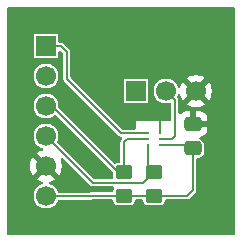
<source format=gbr>
%TF.GenerationSoftware,KiCad,Pcbnew,9.0.6-9.0.6~ubuntu24.04.1*%
%TF.CreationDate,2026-01-18T16:07:11-03:00*%
%TF.ProjectId,cotti_temp_humid_sensor,636f7474-695f-4746-956d-705f68756d69,0.0*%
%TF.SameCoordinates,Original*%
%TF.FileFunction,Copper,L1,Top*%
%TF.FilePolarity,Positive*%
%FSLAX46Y46*%
G04 Gerber Fmt 4.6, Leading zero omitted, Abs format (unit mm)*
G04 Created by KiCad (PCBNEW 9.0.6-9.0.6~ubuntu24.04.1) date 2026-01-18 16:07:11*
%MOMM*%
%LPD*%
G01*
G04 APERTURE LIST*
G04 Aperture macros list*
%AMRoundRect*
0 Rectangle with rounded corners*
0 $1 Rounding radius*
0 $2 $3 $4 $5 $6 $7 $8 $9 X,Y pos of 4 corners*
0 Add a 4 corners polygon primitive as box body*
4,1,4,$2,$3,$4,$5,$6,$7,$8,$9,$2,$3,0*
0 Add four circle primitives for the rounded corners*
1,1,$1+$1,$2,$3*
1,1,$1+$1,$4,$5*
1,1,$1+$1,$6,$7*
1,1,$1+$1,$8,$9*
0 Add four rect primitives between the rounded corners*
20,1,$1+$1,$2,$3,$4,$5,0*
20,1,$1+$1,$4,$5,$6,$7,0*
20,1,$1+$1,$6,$7,$8,$9,0*
20,1,$1+$1,$8,$9,$2,$3,0*%
G04 Aperture macros list end*
%TA.AperFunction,ComponentPad*%
%ADD10C,1.700000*%
%TD*%
%TA.AperFunction,ComponentPad*%
%ADD11R,1.700000X1.700000*%
%TD*%
%TA.AperFunction,SMDPad,CuDef*%
%ADD12C,0.260000*%
%TD*%
%TA.AperFunction,SMDPad,CuDef*%
%ADD13RoundRect,0.250000X0.450000X-0.350000X0.450000X0.350000X-0.450000X0.350000X-0.450000X-0.350000X0*%
%TD*%
%TA.AperFunction,SMDPad,CuDef*%
%ADD14RoundRect,0.250000X0.475000X-0.337500X0.475000X0.337500X-0.475000X0.337500X-0.475000X-0.337500X0*%
%TD*%
%TA.AperFunction,ViaPad*%
%ADD15C,0.600000*%
%TD*%
%TA.AperFunction,Conductor*%
%ADD16C,0.200000*%
%TD*%
G04 APERTURE END LIST*
D10*
%TO.P,JP1,3,B*%
%TO.N,GND*%
X143510000Y-91440000D03*
%TO.P,JP1,2,C*%
%TO.N,/addr*%
X140970000Y-91440000D03*
D11*
%TO.P,JP1,1,A*%
%TO.N,+3V3*%
X138430000Y-91440000D03*
%TD*%
D12*
%TO.P,U1,A1,VDD*%
%TO.N,+3V3*%
X140454000Y-96004000D03*
%TO.P,U1,A2,SDA*%
%TO.N,/sda*%
X139454000Y-96004000D03*
%TO.P,U1,B1,ADDR*%
%TO.N,/addr*%
X140454000Y-95504000D03*
%TO.P,U1,B2,SCL*%
%TO.N,/scl*%
X139454000Y-95504000D03*
%TO.P,U1,C1,GND*%
%TO.N,GND*%
X140454000Y-95004000D03*
%TO.P,U1,C2,DRDY/INT*%
%TO.N,/drdy*%
X139454000Y-95004000D03*
%TD*%
D13*
%TO.P,R2,1*%
%TO.N,+3V3*%
X139954000Y-100314000D03*
%TO.P,R2,2*%
%TO.N,/sda*%
X139954000Y-98314000D03*
%TD*%
%TO.P,R1,1*%
%TO.N,+3V3*%
X137414000Y-100314000D03*
%TO.P,R1,2*%
%TO.N,/scl*%
X137414000Y-98314000D03*
%TD*%
D11*
%TO.P,J1,1,NC/INT#*%
%TO.N,/drdy*%
X130810000Y-87630000D03*
D10*
%TO.P,J1,2,NC/RESET#*%
%TO.N,unconnected-(J1-NC{slash}RESET#-Pad2)*%
X130810000Y-90170000D03*
%TO.P,J1,3,SCL*%
%TO.N,/scl*%
X130810000Y-92710000D03*
%TO.P,J1,4,SDA*%
%TO.N,/sda*%
X130810000Y-95250000D03*
%TO.P,J1,5,GND*%
%TO.N,GND*%
X130810000Y-97790000D03*
%TO.P,J1,6,VCC*%
%TO.N,+3V3*%
X130810000Y-100330000D03*
%TD*%
D14*
%TO.P,C1,1*%
%TO.N,+3V3*%
X143256000Y-96287500D03*
%TO.P,C1,2*%
%TO.N,GND*%
X143256000Y-94212500D03*
%TD*%
D15*
%TO.N,GND*%
X140462000Y-93726000D03*
%TD*%
D16*
%TO.N,/sda*%
X130810000Y-95250000D02*
X134775000Y-99215000D01*
X134775000Y-99215000D02*
X139053000Y-99215000D01*
X139053000Y-99215000D02*
X139954000Y-98314000D01*
%TO.N,/scl*%
X130810000Y-92710000D02*
X131318000Y-92710000D01*
X136922000Y-98314000D02*
X137414000Y-98314000D01*
X131318000Y-92710000D02*
X136922000Y-98314000D01*
%TO.N,/drdy*%
X139454000Y-95004000D02*
X137168000Y-95004000D01*
X137168000Y-95004000D02*
X132588000Y-90424000D01*
X132588000Y-90424000D02*
X132588000Y-88138000D01*
X132588000Y-88138000D02*
X132080000Y-87630000D01*
X132080000Y-87630000D02*
X130810000Y-87630000D01*
%TO.N,+3V3*%
X143256000Y-96287500D02*
X143256000Y-99822000D01*
X143256000Y-99822000D02*
X142764000Y-100314000D01*
X142764000Y-100314000D02*
X139954000Y-100314000D01*
X140454000Y-96004000D02*
X142972500Y-96004000D01*
X142972500Y-96004000D02*
X143256000Y-96287500D01*
%TO.N,/addr*%
X140454000Y-95504000D02*
X141478000Y-95504000D01*
X141478000Y-95504000D02*
X141732000Y-95250000D01*
X141732000Y-95250000D02*
X141732000Y-92202000D01*
X141732000Y-92202000D02*
X140970000Y-91440000D01*
%TO.N,/sda*%
X139454000Y-96004000D02*
X139454000Y-97814000D01*
X139454000Y-97814000D02*
X139954000Y-98314000D01*
%TO.N,GND*%
X140454000Y-93734000D02*
X140462000Y-93726000D01*
X140454000Y-95004000D02*
X140454000Y-93734000D01*
%TO.N,/scl*%
X137414000Y-95758000D02*
X137668000Y-95504000D01*
X137414000Y-98314000D02*
X137414000Y-95758000D01*
X137668000Y-95504000D02*
X139454000Y-95504000D01*
%TO.N,+3V3*%
X134604000Y-100330000D02*
X134620000Y-100314000D01*
X134620000Y-100314000D02*
X137414000Y-100314000D01*
X137414000Y-100314000D02*
X139954000Y-100314000D01*
X130810000Y-100330000D02*
X134604000Y-100330000D01*
X137398000Y-100330000D02*
X137414000Y-100314000D01*
%TD*%
%TA.AperFunction,Conductor*%
%TO.N,GND*%
G36*
X132255548Y-97120519D02*
G01*
X134590489Y-99455460D01*
X134659012Y-99495022D01*
X134735438Y-99515500D01*
X136489471Y-99515500D01*
X136556510Y-99535185D01*
X136602265Y-99587989D01*
X136612209Y-99657147D01*
X136589241Y-99713131D01*
X136575694Y-99731487D01*
X136561207Y-99751117D01*
X136561206Y-99751119D01*
X136516353Y-99879298D01*
X136516353Y-99879300D01*
X136514311Y-99901079D01*
X136488453Y-99965987D01*
X136431607Y-100006612D01*
X136390853Y-100013500D01*
X134580438Y-100013500D01*
X134536493Y-100025275D01*
X134504400Y-100029500D01*
X131905436Y-100029500D01*
X131838397Y-100009815D01*
X131792642Y-99957011D01*
X131790875Y-99952953D01*
X131740941Y-99832402D01*
X131625977Y-99660345D01*
X131625975Y-99660342D01*
X131479657Y-99514024D01*
X131308274Y-99399511D01*
X131307598Y-99399059D01*
X131307593Y-99399057D01*
X131241917Y-99371853D01*
X131142890Y-99330834D01*
X131088488Y-99286994D01*
X131066423Y-99220700D01*
X131083702Y-99153001D01*
X131134839Y-99105390D01*
X131152026Y-99098343D01*
X131328217Y-99041095D01*
X131517554Y-98944622D01*
X131571716Y-98905270D01*
X131571717Y-98905270D01*
X130939408Y-98272962D01*
X131002993Y-98255925D01*
X131117007Y-98190099D01*
X131210099Y-98097007D01*
X131275925Y-97982993D01*
X131292962Y-97919408D01*
X131925270Y-98551717D01*
X131925270Y-98551716D01*
X131964622Y-98497554D01*
X132061095Y-98308217D01*
X132126757Y-98106130D01*
X132126757Y-98106127D01*
X132160000Y-97896246D01*
X132160000Y-97683753D01*
X132126757Y-97473872D01*
X132126757Y-97473869D01*
X132061095Y-97271783D01*
X132057383Y-97264497D01*
X132044486Y-97195828D01*
X132070761Y-97131087D01*
X132127867Y-97090829D01*
X132197672Y-97087835D01*
X132255548Y-97120519D01*
G37*
%TD.AperFunction*%
%TA.AperFunction,Conductor*%
G36*
X146755039Y-84347685D02*
G01*
X146800794Y-84400489D01*
X146812000Y-84452000D01*
X146812000Y-103508000D01*
X146792315Y-103575039D01*
X146739511Y-103620794D01*
X146688000Y-103632000D01*
X127632000Y-103632000D01*
X127564961Y-103612315D01*
X127519206Y-103559511D01*
X127508000Y-103508000D01*
X127508000Y-97683753D01*
X129460000Y-97683753D01*
X129460000Y-97896246D01*
X129493242Y-98106127D01*
X129493242Y-98106130D01*
X129558904Y-98308217D01*
X129655375Y-98497550D01*
X129694728Y-98551716D01*
X130327037Y-97919408D01*
X130344075Y-97982993D01*
X130409901Y-98097007D01*
X130502993Y-98190099D01*
X130617007Y-98255925D01*
X130680590Y-98272962D01*
X130048282Y-98905269D01*
X130048282Y-98905270D01*
X130102449Y-98944624D01*
X130291782Y-99041095D01*
X130467973Y-99098343D01*
X130525648Y-99137780D01*
X130552847Y-99202139D01*
X130540932Y-99270985D01*
X130493688Y-99322461D01*
X130477108Y-99330835D01*
X130312403Y-99399057D01*
X130140342Y-99514024D01*
X129994024Y-99660342D01*
X129879058Y-99832403D01*
X129799870Y-100023579D01*
X129799868Y-100023587D01*
X129759500Y-100226530D01*
X129759500Y-100433469D01*
X129799868Y-100636412D01*
X129799870Y-100636420D01*
X129879058Y-100827596D01*
X129994024Y-100999657D01*
X130140342Y-101145975D01*
X130140345Y-101145977D01*
X130312402Y-101260941D01*
X130503580Y-101340130D01*
X130706530Y-101380499D01*
X130706534Y-101380500D01*
X130706535Y-101380500D01*
X130913466Y-101380500D01*
X130913467Y-101380499D01*
X131116420Y-101340130D01*
X131307598Y-101260941D01*
X131479655Y-101145977D01*
X131625977Y-100999655D01*
X131740941Y-100827598D01*
X131790875Y-100707046D01*
X131834716Y-100652644D01*
X131901010Y-100630579D01*
X131905436Y-100630500D01*
X134643560Y-100630500D01*
X134643562Y-100630500D01*
X134681843Y-100620242D01*
X134687507Y-100618725D01*
X134719600Y-100614500D01*
X136390853Y-100614500D01*
X136457892Y-100634185D01*
X136503647Y-100686989D01*
X136514311Y-100726921D01*
X136516353Y-100748699D01*
X136516353Y-100748701D01*
X136561206Y-100876880D01*
X136561207Y-100876882D01*
X136641850Y-100986150D01*
X136751118Y-101066793D01*
X136793845Y-101081744D01*
X136879299Y-101111646D01*
X136909730Y-101114500D01*
X136909734Y-101114500D01*
X137918270Y-101114500D01*
X137948699Y-101111646D01*
X137948701Y-101111646D01*
X138012790Y-101089219D01*
X138076882Y-101066793D01*
X138186150Y-100986150D01*
X138266793Y-100876882D01*
X138289219Y-100812790D01*
X138311646Y-100748701D01*
X138311646Y-100748699D01*
X138313689Y-100726921D01*
X138339547Y-100662013D01*
X138396393Y-100621388D01*
X138437147Y-100614500D01*
X138930853Y-100614500D01*
X138997892Y-100634185D01*
X139043647Y-100686989D01*
X139054311Y-100726921D01*
X139056353Y-100748699D01*
X139056353Y-100748701D01*
X139101206Y-100876880D01*
X139101207Y-100876882D01*
X139181850Y-100986150D01*
X139291118Y-101066793D01*
X139333845Y-101081744D01*
X139419299Y-101111646D01*
X139449730Y-101114500D01*
X139449734Y-101114500D01*
X140458270Y-101114500D01*
X140488699Y-101111646D01*
X140488701Y-101111646D01*
X140552790Y-101089219D01*
X140616882Y-101066793D01*
X140726150Y-100986150D01*
X140806793Y-100876882D01*
X140829219Y-100812790D01*
X140851646Y-100748701D01*
X140851646Y-100748699D01*
X140853689Y-100726921D01*
X140879547Y-100662013D01*
X140936393Y-100621388D01*
X140977147Y-100614500D01*
X142803560Y-100614500D01*
X142803562Y-100614500D01*
X142879989Y-100594021D01*
X142948511Y-100554460D01*
X143004460Y-100498511D01*
X143496460Y-100006511D01*
X143536021Y-99937989D01*
X143556500Y-99861562D01*
X143556500Y-97199500D01*
X143576185Y-97132461D01*
X143628989Y-97086706D01*
X143680500Y-97075500D01*
X143785270Y-97075500D01*
X143815699Y-97072646D01*
X143815701Y-97072646D01*
X143879790Y-97050219D01*
X143943882Y-97027793D01*
X144053150Y-96947150D01*
X144133793Y-96837882D01*
X144156219Y-96773790D01*
X144178646Y-96709701D01*
X144178646Y-96709699D01*
X144181500Y-96679269D01*
X144181500Y-95895730D01*
X144178646Y-95865300D01*
X144178646Y-95865298D01*
X144133793Y-95737119D01*
X144133792Y-95737117D01*
X144120007Y-95718439D01*
X144053150Y-95627850D01*
X143943882Y-95547207D01*
X143943880Y-95547206D01*
X143879967Y-95524842D01*
X143823191Y-95484120D01*
X143797444Y-95419168D01*
X143810901Y-95350606D01*
X143859288Y-95300203D01*
X143881918Y-95290095D01*
X144050119Y-95234358D01*
X144050124Y-95234356D01*
X144199345Y-95142315D01*
X144323315Y-95018345D01*
X144415356Y-94869124D01*
X144415358Y-94869119D01*
X144470505Y-94702697D01*
X144470506Y-94702690D01*
X144480999Y-94599986D01*
X144481000Y-94599973D01*
X144481000Y-94462500D01*
X143380000Y-94462500D01*
X143312961Y-94442815D01*
X143267206Y-94390011D01*
X143256000Y-94338500D01*
X143256000Y-94212500D01*
X143130000Y-94212500D01*
X143062961Y-94192815D01*
X143017206Y-94140011D01*
X143006000Y-94088500D01*
X143006000Y-93962500D01*
X143506000Y-93962500D01*
X144480999Y-93962500D01*
X144480999Y-93825028D01*
X144480998Y-93825013D01*
X144470505Y-93722302D01*
X144415358Y-93555880D01*
X144415356Y-93555875D01*
X144323315Y-93406654D01*
X144199345Y-93282684D01*
X144050124Y-93190643D01*
X144050119Y-93190641D01*
X143883697Y-93135494D01*
X143883690Y-93135493D01*
X143780986Y-93125000D01*
X143506000Y-93125000D01*
X143506000Y-93962500D01*
X143006000Y-93962500D01*
X143006000Y-93125000D01*
X142731029Y-93125000D01*
X142731012Y-93125001D01*
X142628302Y-93135494D01*
X142461880Y-93190641D01*
X142461875Y-93190643D01*
X142312654Y-93282684D01*
X142244181Y-93351158D01*
X142182858Y-93384643D01*
X142113166Y-93379659D01*
X142057233Y-93337787D01*
X142032816Y-93272323D01*
X142032500Y-93263477D01*
X142032500Y-92162440D01*
X142032499Y-92162433D01*
X142032291Y-92161658D01*
X142028511Y-92147550D01*
X142012022Y-92086012D01*
X141972460Y-92017489D01*
X141957075Y-92002104D01*
X141947494Y-91984559D01*
X141933872Y-91969927D01*
X141931092Y-91954520D01*
X141923590Y-91940781D01*
X141925016Y-91920839D01*
X141921467Y-91901168D01*
X141928352Y-91874190D01*
X141928574Y-91871089D01*
X141930171Y-91867030D01*
X141969166Y-91772887D01*
X142013005Y-91718488D01*
X142079299Y-91696423D01*
X142146999Y-91713702D01*
X142194609Y-91764840D01*
X142201656Y-91782026D01*
X142258904Y-91958216D01*
X142355375Y-92147550D01*
X142394728Y-92201716D01*
X143027037Y-91569408D01*
X143044075Y-91632993D01*
X143109901Y-91747007D01*
X143202993Y-91840099D01*
X143317007Y-91905925D01*
X143380590Y-91922962D01*
X142748282Y-92555269D01*
X142748282Y-92555270D01*
X142802449Y-92594624D01*
X142991782Y-92691095D01*
X143193870Y-92756757D01*
X143403754Y-92790000D01*
X143616246Y-92790000D01*
X143826127Y-92756757D01*
X143826130Y-92756757D01*
X144028217Y-92691095D01*
X144217554Y-92594622D01*
X144271716Y-92555270D01*
X144271717Y-92555270D01*
X143639408Y-91922962D01*
X143702993Y-91905925D01*
X143817007Y-91840099D01*
X143910099Y-91747007D01*
X143975925Y-91632993D01*
X143992962Y-91569409D01*
X144625270Y-92201717D01*
X144625270Y-92201716D01*
X144664622Y-92147554D01*
X144761095Y-91958217D01*
X144826757Y-91756130D01*
X144826757Y-91756127D01*
X144860000Y-91546246D01*
X144860000Y-91333753D01*
X144826757Y-91123872D01*
X144826757Y-91123869D01*
X144761095Y-90921782D01*
X144664624Y-90732449D01*
X144625270Y-90678282D01*
X144625269Y-90678282D01*
X143992962Y-91310590D01*
X143975925Y-91247007D01*
X143910099Y-91132993D01*
X143817007Y-91039901D01*
X143702993Y-90974075D01*
X143639409Y-90957037D01*
X144271716Y-90324728D01*
X144217550Y-90285375D01*
X144028217Y-90188904D01*
X143826129Y-90123242D01*
X143616246Y-90090000D01*
X143403754Y-90090000D01*
X143193872Y-90123242D01*
X143193869Y-90123242D01*
X142991782Y-90188904D01*
X142802439Y-90285380D01*
X142748282Y-90324727D01*
X142748282Y-90324728D01*
X143380591Y-90957037D01*
X143317007Y-90974075D01*
X143202993Y-91039901D01*
X143109901Y-91132993D01*
X143044075Y-91247007D01*
X143027037Y-91310591D01*
X142394728Y-90678282D01*
X142394727Y-90678282D01*
X142355380Y-90732439D01*
X142258905Y-90921781D01*
X142201656Y-91097974D01*
X142162218Y-91155649D01*
X142097859Y-91182847D01*
X142029013Y-91170932D01*
X141977537Y-91123688D01*
X141969164Y-91107107D01*
X141900943Y-90942405D01*
X141785975Y-90770342D01*
X141639657Y-90624024D01*
X141471655Y-90511770D01*
X141467598Y-90509059D01*
X141276420Y-90429870D01*
X141276412Y-90429868D01*
X141073469Y-90389500D01*
X141073465Y-90389500D01*
X140866535Y-90389500D01*
X140866530Y-90389500D01*
X140663587Y-90429868D01*
X140663579Y-90429870D01*
X140472403Y-90509058D01*
X140300342Y-90624024D01*
X140154024Y-90770342D01*
X140039058Y-90942403D01*
X139959870Y-91133579D01*
X139959868Y-91133587D01*
X139919500Y-91336530D01*
X139919500Y-91543469D01*
X139959868Y-91746412D01*
X139959870Y-91746420D01*
X140025939Y-91905925D01*
X140039059Y-91937598D01*
X140070437Y-91984559D01*
X140154024Y-92109657D01*
X140300342Y-92255975D01*
X140300345Y-92255977D01*
X140472402Y-92370941D01*
X140663580Y-92450130D01*
X140866530Y-92490499D01*
X140866534Y-92490500D01*
X140866535Y-92490500D01*
X141073466Y-92490500D01*
X141073467Y-92490499D01*
X141134627Y-92478334D01*
X141282395Y-92448942D01*
X141282910Y-92451535D01*
X141341283Y-92450972D01*
X141400424Y-92488176D01*
X141430062Y-92551448D01*
X141431500Y-92570281D01*
X141431500Y-93856000D01*
X141411815Y-93923039D01*
X141359011Y-93968794D01*
X141307500Y-93980000D01*
X138430000Y-93980000D01*
X138430000Y-94579500D01*
X138410315Y-94646539D01*
X138357511Y-94692294D01*
X138306000Y-94703500D01*
X137343833Y-94703500D01*
X137276794Y-94683815D01*
X137256152Y-94667181D01*
X133159218Y-90570247D01*
X137379500Y-90570247D01*
X137379500Y-92309752D01*
X137391131Y-92368229D01*
X137391132Y-92368230D01*
X137435447Y-92434552D01*
X137501769Y-92478867D01*
X137501770Y-92478868D01*
X137560247Y-92490499D01*
X137560250Y-92490500D01*
X137560252Y-92490500D01*
X139299750Y-92490500D01*
X139299751Y-92490499D01*
X139314568Y-92487552D01*
X139358229Y-92478868D01*
X139358229Y-92478867D01*
X139358231Y-92478867D01*
X139424552Y-92434552D01*
X139468867Y-92368231D01*
X139468867Y-92368229D01*
X139468868Y-92368229D01*
X139480499Y-92309752D01*
X139480500Y-92309750D01*
X139480500Y-90570249D01*
X139480499Y-90570247D01*
X139468868Y-90511770D01*
X139468867Y-90511769D01*
X139424552Y-90445447D01*
X139358230Y-90401132D01*
X139358229Y-90401131D01*
X139299752Y-90389500D01*
X139299748Y-90389500D01*
X137560252Y-90389500D01*
X137560247Y-90389500D01*
X137501770Y-90401131D01*
X137501769Y-90401132D01*
X137435447Y-90445447D01*
X137391132Y-90511769D01*
X137391131Y-90511770D01*
X137379500Y-90570247D01*
X133159218Y-90570247D01*
X132924819Y-90335848D01*
X132891334Y-90274525D01*
X132888500Y-90248167D01*
X132888500Y-88098439D01*
X132888500Y-88098438D01*
X132868021Y-88022011D01*
X132862296Y-88012095D01*
X132828464Y-87953495D01*
X132828458Y-87953487D01*
X132264512Y-87389541D01*
X132264504Y-87389535D01*
X132195995Y-87349982D01*
X132195990Y-87349979D01*
X132170513Y-87343152D01*
X132119562Y-87329500D01*
X132119560Y-87329500D01*
X131984500Y-87329500D01*
X131917461Y-87309815D01*
X131871706Y-87257011D01*
X131860500Y-87205500D01*
X131860500Y-86760249D01*
X131860499Y-86760247D01*
X131848868Y-86701770D01*
X131848867Y-86701769D01*
X131804552Y-86635447D01*
X131738230Y-86591132D01*
X131738229Y-86591131D01*
X131679752Y-86579500D01*
X131679748Y-86579500D01*
X129940252Y-86579500D01*
X129940247Y-86579500D01*
X129881770Y-86591131D01*
X129881769Y-86591132D01*
X129815447Y-86635447D01*
X129771132Y-86701769D01*
X129771131Y-86701770D01*
X129759500Y-86760247D01*
X129759500Y-88499752D01*
X129771131Y-88558229D01*
X129771132Y-88558230D01*
X129815447Y-88624552D01*
X129881769Y-88668867D01*
X129881770Y-88668868D01*
X129940247Y-88680499D01*
X129940250Y-88680500D01*
X129940252Y-88680500D01*
X131679750Y-88680500D01*
X131679751Y-88680499D01*
X131694568Y-88677552D01*
X131738229Y-88668868D01*
X131738229Y-88668867D01*
X131738231Y-88668867D01*
X131804552Y-88624552D01*
X131848867Y-88558231D01*
X131848867Y-88558229D01*
X131848868Y-88558229D01*
X131860499Y-88499752D01*
X131860500Y-88499750D01*
X131860500Y-88134833D01*
X131880185Y-88067794D01*
X131932989Y-88022039D01*
X132002147Y-88012095D01*
X132065703Y-88041120D01*
X132072181Y-88047152D01*
X132251181Y-88226152D01*
X132284666Y-88287475D01*
X132287500Y-88313833D01*
X132287500Y-90463562D01*
X132299691Y-90509058D01*
X132307979Y-90539990D01*
X132307982Y-90539995D01*
X132347535Y-90608504D01*
X132347539Y-90608509D01*
X132347540Y-90608511D01*
X136927540Y-95188511D01*
X136983489Y-95244460D01*
X136983491Y-95244461D01*
X136983495Y-95244464D01*
X137052004Y-95284017D01*
X137052011Y-95284021D01*
X137128438Y-95304500D01*
X137143167Y-95304500D01*
X137210206Y-95324185D01*
X137255961Y-95376989D01*
X137265905Y-95446147D01*
X137236880Y-95509703D01*
X137230848Y-95516181D01*
X137173541Y-95573487D01*
X137173535Y-95573495D01*
X137133982Y-95642004D01*
X137133979Y-95642009D01*
X137113500Y-95718439D01*
X137113500Y-97389500D01*
X137093815Y-97456539D01*
X137041011Y-97502294D01*
X136989500Y-97513500D01*
X136909730Y-97513500D01*
X136879303Y-97516353D01*
X136751115Y-97561208D01*
X136746672Y-97564487D01*
X136681042Y-97588454D01*
X136612873Y-97573134D01*
X136585364Y-97552393D01*
X131896819Y-92863848D01*
X131863334Y-92802525D01*
X131860500Y-92776167D01*
X131860500Y-92606534D01*
X131860499Y-92606530D01*
X131850303Y-92555269D01*
X131820130Y-92403580D01*
X131740941Y-92212402D01*
X131625977Y-92040345D01*
X131625975Y-92040342D01*
X131479657Y-91894024D01*
X131312038Y-91782026D01*
X131307598Y-91779059D01*
X131292707Y-91772891D01*
X131116420Y-91699870D01*
X131116412Y-91699868D01*
X130913469Y-91659500D01*
X130913465Y-91659500D01*
X130706535Y-91659500D01*
X130706530Y-91659500D01*
X130503587Y-91699868D01*
X130503579Y-91699870D01*
X130312403Y-91779058D01*
X130140342Y-91894024D01*
X129994024Y-92040342D01*
X129879058Y-92212403D01*
X129799870Y-92403579D01*
X129799868Y-92403587D01*
X129759500Y-92606530D01*
X129759500Y-92813469D01*
X129799868Y-93016412D01*
X129799870Y-93016420D01*
X129879058Y-93207596D01*
X129994024Y-93379657D01*
X130140342Y-93525975D01*
X130140345Y-93525977D01*
X130312402Y-93640941D01*
X130503580Y-93720130D01*
X130706530Y-93760499D01*
X130706534Y-93760500D01*
X130706535Y-93760500D01*
X130913466Y-93760500D01*
X130913467Y-93760499D01*
X131116420Y-93720130D01*
X131307598Y-93640941D01*
X131479655Y-93525977D01*
X131506647Y-93498984D01*
X131567968Y-93465498D01*
X131637660Y-93470480D01*
X131682011Y-93498982D01*
X136477181Y-98294152D01*
X136510666Y-98355475D01*
X136513500Y-98381833D01*
X136513500Y-98718269D01*
X136516353Y-98748699D01*
X136516353Y-98748700D01*
X136516650Y-98749547D01*
X136516683Y-98750212D01*
X136517964Y-98756073D01*
X136516993Y-98756284D01*
X136520211Y-98819326D01*
X136485481Y-98879953D01*
X136423487Y-98912179D01*
X136399608Y-98914500D01*
X134950833Y-98914500D01*
X134883794Y-98894815D01*
X134863152Y-98878181D01*
X131797075Y-95812104D01*
X131763590Y-95750781D01*
X131768574Y-95681089D01*
X131770163Y-95677049D01*
X131820130Y-95556420D01*
X131860500Y-95353465D01*
X131860500Y-95146535D01*
X131820130Y-94943580D01*
X131740941Y-94752402D01*
X131625977Y-94580345D01*
X131625975Y-94580342D01*
X131479657Y-94434024D01*
X131393626Y-94376541D01*
X131307598Y-94319059D01*
X131116420Y-94239870D01*
X131116412Y-94239868D01*
X130913469Y-94199500D01*
X130913465Y-94199500D01*
X130706535Y-94199500D01*
X130706530Y-94199500D01*
X130503587Y-94239868D01*
X130503579Y-94239870D01*
X130312403Y-94319058D01*
X130140342Y-94434024D01*
X129994024Y-94580342D01*
X129879058Y-94752403D01*
X129799870Y-94943579D01*
X129799868Y-94943587D01*
X129759500Y-95146530D01*
X129759500Y-95353469D01*
X129799868Y-95556412D01*
X129799870Y-95556420D01*
X129874717Y-95737117D01*
X129879059Y-95747598D01*
X129918973Y-95807334D01*
X129994022Y-95919654D01*
X129994025Y-95919658D01*
X130140342Y-96065975D01*
X130312405Y-96180943D01*
X130415043Y-96223456D01*
X130477108Y-96249164D01*
X130531511Y-96293005D01*
X130553576Y-96359299D01*
X130536297Y-96426998D01*
X130485160Y-96474609D01*
X130467974Y-96481656D01*
X130291781Y-96538905D01*
X130102439Y-96635380D01*
X130048282Y-96674727D01*
X130048282Y-96674728D01*
X130680591Y-97307037D01*
X130617007Y-97324075D01*
X130502993Y-97389901D01*
X130409901Y-97482993D01*
X130344075Y-97597007D01*
X130327037Y-97660591D01*
X129694728Y-97028282D01*
X129694727Y-97028282D01*
X129655380Y-97082439D01*
X129558904Y-97271782D01*
X129493242Y-97473869D01*
X129493242Y-97473872D01*
X129460000Y-97683753D01*
X127508000Y-97683753D01*
X127508000Y-90066530D01*
X129759500Y-90066530D01*
X129759500Y-90273469D01*
X129799868Y-90476412D01*
X129799870Y-90476420D01*
X129879058Y-90667596D01*
X129994024Y-90839657D01*
X130140342Y-90985975D01*
X130140345Y-90985977D01*
X130312402Y-91100941D01*
X130503580Y-91180130D01*
X130706530Y-91220499D01*
X130706534Y-91220500D01*
X130706535Y-91220500D01*
X130913466Y-91220500D01*
X130913467Y-91220499D01*
X131116420Y-91180130D01*
X131307598Y-91100941D01*
X131479655Y-90985977D01*
X131625977Y-90839655D01*
X131740941Y-90667598D01*
X131820130Y-90476420D01*
X131860500Y-90273465D01*
X131860500Y-90066535D01*
X131820130Y-89863580D01*
X131740941Y-89672402D01*
X131625977Y-89500345D01*
X131625975Y-89500342D01*
X131479657Y-89354024D01*
X131393626Y-89296541D01*
X131307598Y-89239059D01*
X131116420Y-89159870D01*
X131116412Y-89159868D01*
X130913469Y-89119500D01*
X130913465Y-89119500D01*
X130706535Y-89119500D01*
X130706530Y-89119500D01*
X130503587Y-89159868D01*
X130503579Y-89159870D01*
X130312403Y-89239058D01*
X130140342Y-89354024D01*
X129994024Y-89500342D01*
X129879058Y-89672403D01*
X129799870Y-89863579D01*
X129799868Y-89863587D01*
X129759500Y-90066530D01*
X127508000Y-90066530D01*
X127508000Y-84452000D01*
X127527685Y-84384961D01*
X127580489Y-84339206D01*
X127632000Y-84328000D01*
X146688000Y-84328000D01*
X146755039Y-84347685D01*
G37*
%TD.AperFunction*%
%TD*%
M02*

</source>
